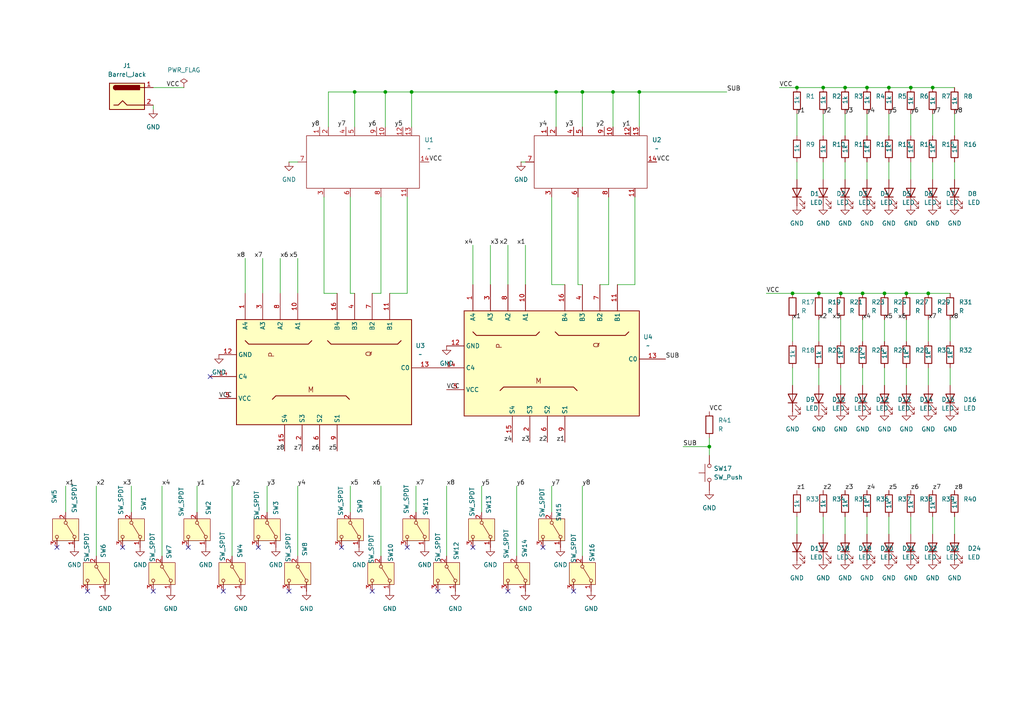
<source format=kicad_sch>
(kicad_sch (version 20250114) (generator "eeschema") (generator_version "9.0")
  (paper "A4")
  (junction (at 185.42 26.67))
  (junction (at 177.8 26.67))
  (junction (at 250.19 85.09))
  (junction (at 269.24 85.09))
  (junction (at 161.29 26.67))
  (junction (at 231.14 25.4))
  (junction (at 257.81 25.4))
  (junction (at 205.74 129.54))
  (junction (at 256.54 85.09))
  (junction (at 238.76 25.4))
  (junction (at 168.91 26.67))
  (junction (at 229.87 85.09))
  (junction (at 251.46 25.4))
  (junction (at 264.16 25.4))
  (junction (at 245.11 25.4))
  (junction (at 262.89 85.09))
  (junction (at 237.49 85.09))
  (junction (at 243.84 85.09))
  (junction (at 111.76 26.67))
  (junction (at 270.51 25.4))
  (junction (at 119.38 26.67))
  (junction (at 102.87 26.67))
  (no_connect (at 118.11 158.75))
  (no_connect (at 74.93 158.75))
  (no_connect (at 147.32 171.45))
  (no_connect (at 137.16 158.75))
  (no_connect (at 60.96 109.22))
  (no_connect (at 35.56 158.75))
  (no_connect (at 107.95 171.45))
  (no_connect (at 16.51 158.75))
  (no_connect (at 157.48 158.75))
  (no_connect (at 127 171.45))
  (no_connect (at 166.37 171.45))
  (no_connect (at 64.77 171.45))
  (no_connect (at 25.4 171.45))
  (no_connect (at 54.61 158.75))
  (no_connect (at 99.06 158.75))
  (no_connect (at 44.45 171.45))
  (no_connect (at 83.82 171.45))
  (wire (pts (xy 238.76 33.02) (xy 238.76 39.37)))
  (wire (pts (xy 102.87 26.67) (xy 111.76 26.67)))
  (wire (pts (xy 250.19 85.09) (xy 256.54 85.09)))
  (wire (pts (xy 110.49 85.09) (xy 107.95 85.09)))
  (wire (pts (xy 76.2 74.93) (xy 76.2 85.09)))
  (wire (pts (xy 44.45 25.4) (xy 53.34 25.4)))
  (wire (pts (xy 160.02 57.15) (xy 160.02 82.55)))
  (wire (pts (xy 256.54 106.68) (xy 256.54 111.76)))
  (wire (pts (xy 245.11 149.86) (xy 245.11 154.94)))
  (wire (pts (xy 152.4 71.12) (xy 152.4 82.55)))
  (wire (pts (xy 176.53 57.15) (xy 176.53 82.55)))
  (wire (pts (xy 229.87 106.68) (xy 229.87 111.76)))
  (wire (pts (xy 264.16 46.99) (xy 264.16 52.07)))
  (wire (pts (xy 67.31 140.97) (xy 67.31 161.29)))
  (wire (pts (xy 275.59 92.71) (xy 275.59 99.06)))
  (wire (pts (xy 231.14 33.02) (xy 231.14 39.37)))
  (wire (pts (xy 264.16 149.86) (xy 264.16 154.94)))
  (wire (pts (xy 95.25 36.83) (xy 95.25 26.67)))
  (wire (pts (xy 142.24 71.12) (xy 142.24 82.55)))
  (wire (pts (xy 185.42 26.67) (xy 210.82 26.67)))
  (wire (pts (xy 119.38 26.67) (xy 161.29 26.67)))
  (wire (pts (xy 149.86 140.97) (xy 149.86 161.29)))
  (wire (pts (xy 237.49 92.71) (xy 237.49 99.06)))
  (wire (pts (xy 184.15 82.55) (xy 184.15 57.15)))
  (wire (pts (xy 160.02 82.55) (xy 163.83 82.55)))
  (wire (pts (xy 231.14 149.86) (xy 231.14 154.94)))
  (wire (pts (xy 275.59 106.68) (xy 275.59 111.76)))
  (wire (pts (xy 147.32 71.12) (xy 147.32 82.55)))
  (wire (pts (xy 120.65 140.97) (xy 120.65 148.59)))
  (wire (pts (xy 44.45 31.75) (xy 44.45 30.48)))
  (wire (pts (xy 245.11 25.4) (xy 251.46 25.4)))
  (wire (pts (xy 243.84 85.09) (xy 250.19 85.09)))
  (wire (pts (xy 245.11 33.02) (xy 245.11 39.37)))
  (wire (pts (xy 198.12 129.54) (xy 205.74 129.54)))
  (wire (pts (xy 101.6 57.15) (xy 101.6 85.09)))
  (wire (pts (xy 256.54 85.09) (xy 262.89 85.09)))
  (wire (pts (xy 93.98 85.09) (xy 97.79 85.09)))
  (wire (pts (xy 243.84 106.68) (xy 243.84 111.76)))
  (wire (pts (xy 229.87 85.09) (xy 237.49 85.09)))
  (wire (pts (xy 177.8 26.67) (xy 177.8 36.83)))
  (wire (pts (xy 161.29 26.67) (xy 161.29 36.83)))
  (wire (pts (xy 238.76 25.4) (xy 245.11 25.4)))
  (wire (pts (xy 251.46 46.99) (xy 251.46 52.07)))
  (wire (pts (xy 168.91 26.67) (xy 177.8 26.67)))
  (wire (pts (xy 262.89 85.09) (xy 269.24 85.09)))
  (wire (pts (xy 19.05 140.97) (xy 19.05 148.59)))
  (wire (pts (xy 257.81 149.86) (xy 257.81 154.94)))
  (wire (pts (xy 46.99 140.97) (xy 46.99 161.29)))
  (wire (pts (xy 118.11 57.15) (xy 118.11 85.09)))
  (wire (pts (xy 184.15 82.55) (xy 179.07 82.55)))
  (wire (pts (xy 83.82 46.99) (xy 86.36 46.99)))
  (wire (pts (xy 71.12 74.93) (xy 71.12 85.09)))
  (wire (pts (xy 129.54 140.97) (xy 129.54 161.29)))
  (wire (pts (xy 257.81 25.4) (xy 264.16 25.4)))
  (wire (pts (xy 276.86 46.99) (xy 276.86 52.07)))
  (wire (pts (xy 168.91 140.97) (xy 168.91 161.29)))
  (wire (pts (xy 118.11 85.09) (xy 113.03 85.09)))
  (wire (pts (xy 243.84 92.71) (xy 243.84 99.06)))
  (wire (pts (xy 222.25 85.09) (xy 229.87 85.09)))
  (wire (pts (xy 269.24 85.09) (xy 275.59 85.09)))
  (wire (pts (xy 81.28 74.93) (xy 81.28 85.09)))
  (wire (pts (xy 139.7 140.97) (xy 139.7 148.59)))
  (wire (pts (xy 229.87 92.71) (xy 229.87 99.06)))
  (wire (pts (xy 102.87 26.67) (xy 102.87 36.83)))
  (wire (pts (xy 251.46 33.02) (xy 251.46 39.37)))
  (wire (pts (xy 38.1 140.97) (xy 38.1 148.59)))
  (wire (pts (xy 151.13 46.99) (xy 152.4 46.99)))
  (wire (pts (xy 137.16 71.12) (xy 137.16 82.55)))
  (wire (pts (xy 111.76 26.67) (xy 111.76 36.83)))
  (wire (pts (xy 257.81 46.99) (xy 257.81 52.07)))
  (wire (pts (xy 167.64 82.55) (xy 168.91 82.55)))
  (wire (pts (xy 231.14 46.99) (xy 231.14 52.07)))
  (wire (pts (xy 262.89 106.68) (xy 262.89 111.76)))
  (wire (pts (xy 205.74 129.54) (xy 205.74 132.08)))
  (wire (pts (xy 276.86 149.86) (xy 276.86 154.94)))
  (wire (pts (xy 101.6 85.09) (xy 102.87 85.09)))
  (wire (pts (xy 270.51 33.02) (xy 270.51 39.37)))
  (wire (pts (xy 238.76 46.99) (xy 238.76 52.07)))
  (wire (pts (xy 111.76 26.67) (xy 119.38 26.67)))
  (wire (pts (xy 269.24 92.71) (xy 269.24 99.06)))
  (wire (pts (xy 101.6 140.97) (xy 101.6 148.59)))
  (wire (pts (xy 231.14 25.4) (xy 238.76 25.4)))
  (wire (pts (xy 185.42 26.67) (xy 185.42 36.83)))
  (wire (pts (xy 264.16 25.4) (xy 270.51 25.4)))
  (wire (pts (xy 237.49 106.68) (xy 237.49 111.76)))
  (wire (pts (xy 177.8 26.67) (xy 185.42 26.67)))
  (wire (pts (xy 110.49 140.97) (xy 110.49 161.29)))
  (wire (pts (xy 245.11 46.99) (xy 245.11 52.07)))
  (wire (pts (xy 276.86 33.02) (xy 276.86 39.37)))
  (wire (pts (xy 264.16 33.02) (xy 264.16 39.37)))
  (wire (pts (xy 251.46 149.86) (xy 251.46 154.94)))
  (wire (pts (xy 161.29 26.67) (xy 168.91 26.67)))
  (wire (pts (xy 205.74 127) (xy 205.74 129.54)))
  (wire (pts (xy 237.49 85.09) (xy 243.84 85.09)))
  (wire (pts (xy 238.76 149.86) (xy 238.76 154.94)))
  (wire (pts (xy 270.51 149.86) (xy 270.51 154.94)))
  (wire (pts (xy 93.98 57.15) (xy 93.98 85.09)))
  (wire (pts (xy 270.51 25.4) (xy 276.86 25.4)))
  (wire (pts (xy 250.19 92.71) (xy 250.19 99.06)))
  (wire (pts (xy 27.94 140.97) (xy 27.94 161.29)))
  (wire (pts (xy 110.49 57.15) (xy 110.49 85.09)))
  (wire (pts (xy 77.47 140.97) (xy 77.47 148.59)))
  (wire (pts (xy 270.51 46.99) (xy 270.51 52.07)))
  (wire (pts (xy 226.06 25.4) (xy 231.14 25.4)))
  (wire (pts (xy 257.81 33.02) (xy 257.81 39.37)))
  (wire (pts (xy 250.19 106.68) (xy 250.19 111.76)))
  (wire (pts (xy 168.91 26.67) (xy 168.91 36.83)))
  (wire (pts (xy 57.15 140.97) (xy 57.15 148.59)))
  (wire (pts (xy 95.25 26.67) (xy 102.87 26.67)))
  (wire (pts (xy 160.02 140.97) (xy 160.02 148.59)))
  (wire (pts (xy 119.38 26.67) (xy 119.38 36.83)))
  (wire (pts (xy 176.53 82.55) (xy 173.99 82.55)))
  (wire (pts (xy 86.36 140.97) (xy 86.36 161.29)))
  (wire (pts (xy 86.36 74.93) (xy 86.36 85.09)))
  (wire (pts (xy 262.89 92.71) (xy 262.89 99.06)))
  (wire (pts (xy 256.54 92.71) (xy 256.54 99.06)))
  (wire (pts (xy 269.24 106.68) (xy 269.24 111.76)))
  (wire (pts (xy 167.64 57.15) (xy 167.64 82.55)))
  (wire (pts (xy 251.46 25.4) (xy 257.81 25.4)))
  (label "z3" (at 153.67 128.27 180))
  (label "z7" (at 87.63 130.81 180))
  (label "z7" (at 270.51 142.24 0))
  (label "z6" (at 92.71 130.81 180))
  (label "z4" (at 148.59 128.27 180))
  (label "z2" (at 238.76 142.24 0))
  (label "x6" (at 110.49 140.97 180))
  (label "y6" (at 109.22 36.83 180))
  (label "x7" (at 76.2 74.93 180))
  (label "z5" (at 257.81 142.24 0))
  (label "y7" (at 100.33 36.83 180))
  (label "y5" (at 257.81 33.02 0))
  (label "x3" (at 38.1 140.97 180))
  (label "VCC" (at 226.06 25.4 0))
  (label "y4" (at 86.36 140.97 0))
  (label "y8" (at 276.86 33.02 0))
  (label "z1" (at 163.83 128.27 180))
  (label "y7" (at 160.02 140.97 0))
  (label "VCC" (at 124.46 46.99 0))
  (label "x8" (at 71.12 74.93 180))
  (label "y3" (at 245.11 33.02 0))
  (label "VCC" (at 205.74 119.38 0))
  (label "z3" (at 245.11 142.24 0))
  (label "VCC" (at 48.26 25.4 0))
  (label "y3" (at 77.47 140.97 0))
  (label "x8" (at 129.54 140.97 0))
  (label "z2" (at 158.75 128.27 180))
  (label "x1" (at 19.05 140.97 0))
  (label "y3" (at 166.37 36.83 180))
  (label "z8" (at 82.55 130.81 180))
  (label "z8" (at 276.86 142.24 0))
  (label "x2" (at 147.32 71.12 180))
  (label "VCC" (at 129.54 113.03 0))
  (label "z6" (at 264.16 142.24 0))
  (label "z5" (at 97.79 130.81 180))
  (label "VCC" (at 190.5 46.99 0))
  (label "x1" (at 152.4 71.12 180))
  (label "x3" (at 243.84 92.71 180))
  (label "x4" (at 46.99 140.97 0))
  (label "x4" (at 137.16 71.12 180))
  (label "VCC" (at 222.25 85.09 0))
  (label "y7" (at 270.51 33.02 0))
  (label "x6" (at 81.28 74.93 0))
  (label "z4" (at 251.46 142.24 0))
  (label "y6" (at 264.16 33.02 0))
  (label "x5" (at 86.36 74.93 180))
  (label "y8" (at 168.91 140.97 0))
  (label "SUB" (at 193.04 104.14 0))
  (label "y5" (at 116.84 36.83 180))
  (label "x7" (at 120.65 140.97 0))
  (label "x2" (at 237.49 92.71 0))
  (label "x6" (at 262.89 92.71 180))
  (label "VCC" (at 63.5 115.57 0))
  (label "x7" (at 269.24 92.71 0))
  (label "x2" (at 27.94 140.97 0))
  (label "y2" (at 238.76 33.02 0))
  (label "x5" (at 101.6 140.97 0))
  (label "y4" (at 251.46 33.02 0))
  (label "y1" (at 57.15 140.97 0))
  (label "x1" (at 229.87 92.71 0))
  (label "y6" (at 149.86 140.97 0))
  (label "z1" (at 231.14 142.24 0))
  (label "y2" (at 175.26 36.83 180))
  (label "y2" (at 67.31 140.97 0))
  (label "y8" (at 92.71 36.83 180))
  (label "SUB" (at 210.82 26.67 0))
  (label "x4" (at 250.19 92.71 0))
  (label "x8" (at 275.59 92.71 0))
  (label "y1" (at 182.88 36.83 180))
  (label "x5" (at 256.54 92.71 0))
  (label "y5" (at 139.7 140.97 0))
  (label "x3" (at 142.24 71.12 0))
  (label "y1" (at 231.14 33.02 0))
  (label "SUB" (at 198.12 129.54 0))
  (label "y4" (at 158.75 36.83 180))
  (symbol (lib_id "Device:LED") (at 245.11 55.88 90) (unit 1)
    (property "Reference" "D3" (at 248.92 56.1974 90) (effects (justify right)))
    (property "Value" "LED" (at 248.92 58.7374 90) (effects (justify right)))
    (property "Footprint" "LED_THT:LED_D3.0mm" (effects (hide yes)))
    (property "Description" "Light emitting diode" (effects (hide yes)))
    (property "Sim.Pins" "1=K 2=A" (effects (hide yes)))
  )
  (symbol (lib_id "Device:R") (at 229.87 88.9 0) (unit 1)
    (property "Reference" "R17" (at 232.41 87.6299 0) (effects (justify left)))
    (property "Value" "R" (at 232.41 90.1699 0) (effects (justify left)))
    (property "Footprint" "Resistor_THT:R_Axial_DIN0204_L3.6mm_D1.6mm_P5.08mm_Horizontal" (effects (hide yes)))
    (property "Description" "Resistor" (effects (hide yes)))
  )
  (symbol (lib_id "power:GND") (at 49.53 171.45 0) (unit 1)
    (property "Reference" "#PWR02" (effects (hide yes)))
    (property "Value" "GND" (at 49.53 176.53 0))
    (property "Description" "Power symbol creates a global label with name \"GND\" , ground" (effects (hide yes)))
  )
  (symbol (lib_id "power:PWR_FLAG") (at 53.34 25.4 0) (unit 1)
    (property "Reference" "#FLG01" (effects (hide yes)))
    (property "Value" "PWR_FLAG" (at 53.34 20.32 0))
    (property "Description" "Special symbol for telling ERC where power comes from" (effects (hide yes)))
  )
  (symbol (lib_id "Switch:SW_Push") (at 205.74 137.16 90) (unit 1)
    (property "Reference" "SW17" (at 207.01 135.8899 90) (effects (justify right)))
    (property "Value" "SW_Push" (at 207.01 138.4299 90) (effects (justify right)))
    (property "Footprint" "adder footprint:myswitch" (effects (hide yes)))
    (property "Description" "Push button switch, generic, two pins" (effects (hide yes)))
  )
  (symbol (lib_id "Device:R") (at 237.49 102.87 0) (unit 1)
    (property "Reference" "R20" (at 240.03 101.5999 0) (effects (justify left)))
    (property "Value" "1k" (at 237.49 104.14 90) (effects (justify left)))
    (property "Footprint" "Resistor_THT:R_Axial_DIN0204_L3.6mm_D1.6mm_P5.08mm_Horizontal" (effects (hide yes)))
    (property "Description" "Resistor" (effects (hide yes)))
  )
  (symbol (lib_id "Device:R") (at 251.46 146.05 0) (unit 1)
    (property "Reference" "R36" (at 254 144.7799 0) (effects (justify left)))
    (property "Value" "1k" (at 251.46 147.32 90) (effects (justify left)))
    (property "Footprint" "Resistor_THT:R_Axial_DIN0204_L3.6mm_D1.6mm_P5.08mm_Horizontal" (effects (hide yes)))
    (property "Description" "Resistor" (effects (hide yes)))
  )
  (symbol (lib_id "Device:LED") (at 264.16 158.75 90) (unit 1)
    (property "Reference" "D22" (at 267.97 159.0674 90) (effects (justify right)))
    (property "Value" "LED" (at 267.97 161.6074 90) (effects (justify right)))
    (property "Footprint" "LED_THT:LED_D3.0mm" (effects (hide yes)))
    (property "Description" "Light emitting diode" (effects (hide yes)))
    (property "Sim.Pins" "1=K 2=A" (effects (hide yes)))
  )
  (symbol (lib_id "Device:R") (at 238.76 146.05 0) (unit 1)
    (property "Reference" "R34" (at 241.3 144.7799 0) (effects (justify left)))
    (property "Value" "1k" (at 238.76 147.32 90) (effects (justify left)))
    (property "Footprint" "Resistor_THT:R_Axial_DIN0204_L3.6mm_D1.6mm_P5.08mm_Horizontal" (effects (hide yes)))
    (property "Description" "Resistor" (effects (hide yes)))
  )
  (symbol (lib_id "Device:LED") (at 251.46 158.75 90) (unit 1)
    (property "Reference" "D20" (at 255.27 159.0674 90) (effects (justify right)))
    (property "Value" "LED" (at 255.27 161.6074 90) (effects (justify right)))
    (property "Footprint" "LED_THT:LED_D3.0mm" (effects (hide yes)))
    (property "Description" "Light emitting diode" (effects (hide yes)))
    (property "Sim.Pins" "1=K 2=A" (effects (hide yes)))
  )
  (symbol (lib_id "power:GND") (at 269.24 119.38 0) (unit 1)
    (property "Reference" "#PWR036" (effects (hide yes)))
    (property "Value" "GND" (at 269.24 124.46 0))
    (property "Description" "Power symbol creates a global label with name \"GND\" , ground" (effects (hide yes)))
  )
  (symbol (lib_id "power:GND") (at 129.54 100.33 0) (unit 1)
    (property "Reference" "#PWR018" (effects (hide yes)))
    (property "Value" "GND" (at 129.54 105.41 0))
    (property "Description" "Power symbol creates a global label with name \"GND\" , ground" (effects (hide yes)))
  )
  (symbol (lib_id "Device:R") (at 251.46 43.18 0) (unit 1)
    (property "Reference" "R12" (at 254 41.9099 0) (effects (justify left)))
    (property "Value" "1k" (at 251.46 44.45 90) (effects (justify left)))
    (property "Footprint" "Resistor_THT:R_Axial_DIN0204_L3.6mm_D1.6mm_P5.08mm_Horizontal" (effects (hide yes)))
    (property "Description" "Resistor" (effects (hide yes)))
  )
  (symbol (lib_id "power:GND") (at 231.14 162.56 0) (unit 1)
    (property "Reference" "#PWR038" (effects (hide yes)))
    (property "Value" "GND" (at 231.14 167.64 0))
    (property "Description" "Power symbol creates a global label with name \"GND\" , ground" (effects (hide yes)))
  )
  (symbol (lib_id "power:GND") (at 231.14 59.69 0) (unit 1)
    (property "Reference" "#PWR022" (effects (hide yes)))
    (property "Value" "GND" (at 231.14 64.77 0))
    (property "Description" "Power symbol creates a global label with name \"GND\" , ground" (effects (hide yes)))
  )
  (symbol (lib_id "Device:LED") (at 250.19 115.57 90) (unit 1)
    (property "Reference" "D12" (at 254 115.8874 90) (effects (justify right)))
    (property "Value" "LED" (at 254 118.4274 90) (effects (justify right)))
    (property "Footprint" "LED_THT:LED_D3.0mm" (effects (hide yes)))
    (property "Description" "Light emitting diode" (effects (hide yes)))
    (property "Sim.Pins" "1=K 2=A" (effects (hide yes)))
  )
  (symbol (lib_id "power:GND") (at 30.48 171.45 0) (unit 1)
    (property "Reference" "#PWR01" (effects (hide yes)))
    (property "Value" "GND" (at 30.48 176.53 0))
    (property "Description" "Power symbol creates a global label with name \"GND\" , ground" (effects (hide yes)))
  )
  (symbol (lib_id "Device:LED") (at 270.51 55.88 90) (unit 1)
    (property "Reference" "D7" (at 274.32 56.1974 90) (effects (justify right)))
    (property "Value" "LED" (at 274.32 58.7374 90) (effects (justify right)))
    (property "Footprint" "LED_THT:LED_D3.0mm" (effects (hide yes)))
    (property "Description" "Light emitting diode" (effects (hide yes)))
    (property "Sim.Pins" "1=K 2=A" (effects (hide yes)))
  )
  (symbol (lib_id "Device:R") (at 250.19 102.87 0) (unit 1)
    (property "Reference" "R24" (at 252.73 101.5999 0) (effects (justify left)))
    (property "Value" "1k" (at 250.19 104.394 90) (effects (justify left)))
    (property "Footprint" "Resistor_THT:R_Axial_DIN0204_L3.6mm_D1.6mm_P5.08mm_Horizontal" (effects (hide yes)))
    (property "Description" "Resistor" (effects (hide yes)))
  )
  (symbol (lib_id "Switch:SW_SPDT") (at 160.02 153.67 270) (unit 1)
    (property "Reference" "SW15" (at 162.052 148.59 0))
    (property "Value" "SW_SPDT" (at 157.226 145.796 0))
    (property "Footprint" "adder footprint:myswitch" (effects (hide yes)))
    (property "Description" "Switch, single pole double throw" (effects (hide yes)))
  )
  (symbol (lib_id "power:GND") (at 132.08 171.45 0) (unit 1)
    (property "Reference" "#PWR013" (effects (hide yes)))
    (property "Value" "GND" (at 132.08 176.53 0))
    (property "Description" "Power symbol creates a global label with name \"GND\" , ground" (effects (hide yes)))
  )
  (symbol (lib_id "Device:LED") (at 245.11 158.75 90) (unit 1)
    (property "Reference" "D19" (at 248.92 159.0674 90) (effects (justify right)))
    (property "Value" "LED" (at 248.92 161.6074 90) (effects (justify right)))
    (property "Footprint" "LED_THT:LED_D3.0mm" (effects (hide yes)))
    (property "Description" "Light emitting diode" (effects (hide yes)))
    (property "Sim.Pins" "1=K 2=A" (effects (hide yes)))
  )
  (symbol (lib_id "Device:LED") (at 276.86 158.75 90) (unit 1)
    (property "Reference" "D24" (at 280.67 159.0674 90) (effects (justify right)))
    (property "Value" "LED" (at 280.67 161.6074 90) (effects (justify right)))
    (property "Footprint" "LED_THT:LED_D3.0mm" (effects (hide yes)))
    (property "Description" "Light emitting diode" (effects (hide yes)))
    (property "Sim.Pins" "1=K 2=A" (effects (hide yes)))
  )
  (symbol (lib_id "Adder IC:7386") (at 104.14 46.99 0) (unit 1)
    (property "Reference" "U1" (at 124.46 40.5698 0))
    (property "Value" "~" (at 124.46 43.1098 0))
    (property "Footprint" "Package_DIP:DIP-14_W7.62mm" (effects (hide yes)))
  )
  (symbol (lib_id "power:GND") (at 104.14 158.75 0) (unit 1)
    (property "Reference" "#PWR09" (effects (hide yes)))
    (property "Value" "GND" (at 104.14 163.83 0))
    (property "Description" "Power symbol creates a global label with name \"GND\" , ground" (effects (hide yes)))
  )
  (symbol (lib_id "Switch:SW_SPDT") (at 19.05 153.67 270) (unit 1)
    (property "Reference" "SW5" (at 15.748 144.018 0))
    (property "Value" "SW_SPDT" (at 21.59 144.526 0))
    (property "Footprint" "adder footprint:myswitch" (effects (hide yes)))
    (property "Description" "Switch, single pole double throw" (effects (hide yes)))
  )
  (symbol (lib_id "Device:R") (at 245.11 43.18 0) (unit 1)
    (property "Reference" "R11" (at 247.65 41.9099 0) (effects (justify left)))
    (property "Value" "1k" (at 245.11 44.45 90) (effects (justify left)))
    (property "Footprint" "Resistor_THT:R_Axial_DIN0204_L3.6mm_D1.6mm_P5.08mm_Horizontal" (effects (hide yes)))
    (property "Description" "Resistor" (effects (hide yes)))
  )
  (symbol (lib_id "Device:LED") (at 269.24 115.57 90) (unit 1)
    (property "Reference" "D15" (at 273.05 115.8874 90) (effects (justify right)))
    (property "Value" "LED" (at 273.05 118.4274 90) (effects (justify right)))
    (property "Footprint" "LED_THT:LED_D3.0mm" (effects (hide yes)))
    (property "Description" "Light emitting diode" (effects (hide yes)))
    (property "Sim.Pins" "1=K 2=A" (effects (hide yes)))
  )
  (symbol (lib_id "Switch:SW_SPDT") (at 67.31 166.37 270) (unit 1)
    (property "Reference" "SW4" (at 69.596 159.766 0))
    (property "Value" "SW_SPDT" (at 64.516 158.496 0))
    (property "Footprint" "adder footprint:myswitch" (effects (hide yes)))
    (property "Description" "Switch, single pole double throw" (effects (hide yes)))
  )
  (symbol (lib_id "power:GND") (at 152.4 171.45 0) (unit 1)
    (property "Reference" "#PWR014" (effects (hide yes)))
    (property "Value" "GND" (at 152.4 176.53 0))
    (property "Description" "Power symbol creates a global label with name \"GND\" , ground" (effects (hide yes)))
  )
  (symbol (lib_id "power:GND") (at 251.46 162.56 0) (unit 1)
    (property "Reference" "#PWR041" (effects (hide yes)))
    (property "Value" "GND" (at 251.46 167.64 0))
    (property "Description" "Power symbol creates a global label with name \"GND\" , ground" (effects (hide yes)))
  )
  (symbol (lib_id "Device:R") (at 243.84 102.87 0) (unit 1)
    (property "Reference" "R22" (at 246.38 101.5999 0) (effects (justify left)))
    (property "Value" "1k" (at 243.84 104.14 90) (effects (justify left)))
    (property "Footprint" "Resistor_THT:R_Axial_DIN0204_L3.6mm_D1.6mm_P5.08mm_Horizontal" (effects (hide yes)))
    (property "Description" "Resistor" (effects (hide yes)))
  )
  (symbol (lib_id "power:GND") (at 229.87 119.38 0) (unit 1)
    (property "Reference" "#PWR030" (effects (hide yes)))
    (property "Value" "GND" (at 229.87 124.46 0))
    (property "Description" "Power symbol creates a global label with name \"GND\" , ground" (effects (hide yes)))
  )
  (symbol (lib_id "Device:R") (at 237.49 88.9 0) (unit 1)
    (property "Reference" "R19" (at 240.03 87.6299 0) (effects (justify left)))
    (property "Value" "R" (at 240.03 90.1699 0) (effects (justify left)))
    (property "Footprint" "Resistor_THT:R_Axial_DIN0204_L3.6mm_D1.6mm_P5.08mm_Horizontal" (effects (hide yes)))
    (property "Description" "Resistor" (effects (hide yes)))
  )
  (symbol (lib_id "Device:R") (at 257.81 146.05 0) (unit 1)
    (property "Reference" "R37" (at 260.35 144.7799 0) (effects (justify left)))
    (property "Value" "1k" (at 257.81 147.574 90) (effects (justify left)))
    (property "Footprint" "Resistor_THT:R_Axial_DIN0204_L3.6mm_D1.6mm_P5.08mm_Horizontal" (effects (hide yes)))
    (property "Description" "Resistor" (effects (hide yes)))
  )
  (symbol (lib_id "Switch:SW_SPDT") (at 120.65 153.67 270) (unit 1)
    (property "Reference" "SW11" (at 123.444 146.812 0))
    (property "Value" "SW_SPDT" (at 117.856 144.78 0))
    (property "Footprint" "adder footprint:myswitch" (effects (hide yes)))
    (property "Description" "Switch, single pole double throw" (effects (hide yes)))
  )
  (symbol (lib_id "Switch:SW_SPDT") (at 129.54 166.37 270) (unit 1)
    (property "Reference" "SW12" (at 132.334 159.766 0))
    (property "Value" "SW_SPDT" (at 127 158.75 0))
    (property "Footprint" "adder footprint:myswitch" (effects (hide yes)))
    (property "Description" "Switch, single pole double throw" (effects (hide yes)))
  )
  (symbol (lib_id "power:GND") (at 113.03 171.45 0) (unit 1)
    (property "Reference" "#PWR010" (effects (hide yes)))
    (property "Value" "GND" (at 113.03 176.53 0))
    (property "Description" "Power symbol creates a global label with name \"GND\" , ground" (effects (hide yes)))
  )
  (symbol (lib_id "power:GND") (at 40.64 158.75 0) (unit 1)
    (property "Reference" "#PWR07" (effects (hide yes)))
    (property "Value" "GND" (at 40.64 163.83 0))
    (property "Description" "Power symbol creates a global label with name \"GND\" , ground" (effects (hide yes)))
  )
  (symbol (lib_id "Device:R") (at 231.14 29.21 0) (unit 1)
    (property "Reference" "R1" (at 233.68 27.9399 0) (effects (justify left)))
    (property "Value" "1k" (at 231.14 30.226 90) (effects (justify left)))
    (property "Footprint" "Resistor_THT:R_Axial_DIN0204_L3.6mm_D1.6mm_P5.08mm_Horizontal" (effects (hide yes)))
    (property "Description" "Resistor" (effects (hide yes)))
  )
  (symbol (lib_id "Device:R") (at 262.89 102.87 0) (unit 1)
    (property "Reference" "R28" (at 265.43 101.5999 0) (effects (justify left)))
    (property "Value" "1k" (at 262.89 104.14 90) (effects (justify left)))
    (property "Footprint" "Resistor_THT:R_Axial_DIN0204_L3.6mm_D1.6mm_P5.08mm_Horizontal" (effects (hide yes)))
    (property "Description" "Resistor" (effects (hide yes)))
  )
  (symbol (lib_id "power:GND") (at 257.81 59.69 0) (unit 1)
    (property "Reference" "#PWR026" (effects (hide yes)))
    (property "Value" "GND" (at 257.81 64.77 0))
    (property "Description" "Power symbol creates a global label with name \"GND\" , ground" (effects (hide yes)))
  )
  (symbol (lib_id "Device:LED") (at 262.89 115.57 90) (unit 1)
    (property "Reference" "D14" (at 266.7 115.8874 90) (effects (justify right)))
    (property "Value" "LED" (at 266.7 118.4274 90) (effects (justify right)))
    (property "Footprint" "LED_THT:LED_D3.0mm" (effects (hide yes)))
    (property "Description" "Light emitting diode" (effects (hide yes)))
    (property "Sim.Pins" "1=K 2=A" (effects (hide yes)))
  )
  (symbol (lib_id "power:GND") (at 63.5 102.87 0) (unit 1)
    (property "Reference" "#PWR019" (effects (hide yes)))
    (property "Value" "GND" (at 63.5 107.95 0))
    (property "Description" "Power symbol creates a global label with name \"GND\" , ground" (effects (hide yes)))
  )
  (symbol (lib_id "Device:LED") (at 243.84 115.57 90) (unit 1)
    (property "Reference" "D11" (at 247.65 115.8874 90) (effects (justify right)))
    (property "Value" "LED" (at 247.65 118.4274 90) (effects (justify right)))
    (property "Footprint" "LED_THT:LED_D3.0mm" (effects (hide yes)))
    (property "Description" "Light emitting diode" (effects (hide yes)))
    (property "Sim.Pins" "1=K 2=A" (effects (hide yes)))
  )
  (symbol (lib_id "power:GND") (at 162.56 158.75 0) (unit 1)
    (property "Reference" "#PWR015" (effects (hide yes)))
    (property "Value" "GND" (at 162.56 163.83 0))
    (property "Description" "Power symbol creates a global label with name \"GND\" , ground" (effects (hide yes)))
  )
  (symbol (lib_id "Device:R") (at 243.84 88.9 0) (unit 1)
    (property "Reference" "R21" (at 246.38 87.6299 0) (effects (justify left)))
    (property "Value" "R" (at 246.38 90.1699 0) (effects (justify left)))
    (property "Footprint" "Resistor_THT:R_Axial_DIN0204_L3.6mm_D1.6mm_P5.08mm_Horizontal" (effects (hide yes)))
    (property "Description" "Resistor" (effects (hide yes)))
  )
  (symbol (lib_id "power:GND") (at 243.84 119.38 0) (unit 1)
    (property "Reference" "#PWR032" (effects (hide yes)))
    (property "Value" "GND" (at 243.84 124.46 0))
    (property "Description" "Power symbol creates a global label with name \"GND\" , ground" (effects (hide yes)))
  )
  (symbol (lib_id "power:GND") (at 83.82 46.99 0) (unit 1)
    (property "Reference" "#PWR021" (effects (hide yes)))
    (property "Value" "GND" (at 83.82 52.07 0))
    (property "Description" "Power symbol creates a global label with name \"GND\" , ground" (effects (hide yes)))
  )
  (symbol (lib_id "Device:R") (at 245.11 146.05 0) (unit 1)
    (property "Reference" "R35" (at 247.65 144.7799 0) (effects (justify left)))
    (property "Value" "1k" (at 245.11 147.32 90) (effects (justify left)))
    (property "Footprint" "Resistor_THT:R_Axial_DIN0204_L3.6mm_D1.6mm_P5.08mm_Horizontal" (effects (hide yes)))
    (property "Description" "Resistor" (effects (hide yes)))
  )
  (symbol (lib_id "power:GND") (at 264.16 59.69 0) (unit 1)
    (property "Reference" "#PWR027" (effects (hide yes)))
    (property "Value" "GND" (at 264.16 64.77 0))
    (property "Description" "Power symbol creates a global label with name \"GND\" , ground" (effects (hide yes)))
  )
  (symbol (lib_id "power:GND") (at 205.74 142.24 0) (unit 1)
    (property "Reference" "#PWR046" (effects (hide yes)))
    (property "Value" "GND" (at 205.74 147.32 0))
    (property "Description" "Power symbol creates a global label with name \"GND\" , ground" (effects (hide yes)))
  )
  (symbol (lib_id "Device:LED") (at 229.87 115.57 90) (unit 1)
    (property "Reference" "D9" (at 233.68 115.8874 90) (effects (justify right)))
    (property "Value" "LED" (at 233.68 118.4274 90) (effects (justify right)))
    (property "Footprint" "LED_THT:LED_D3.0mm" (effects (hide yes)))
    (property "Description" "Light emitting diode" (effects (hide yes)))
    (property "Sim.Pins" "1=K 2=A" (effects (hide yes)))
  )
  (symbol (lib_id "Switch:SW_SPDT") (at 110.49 166.37 270) (unit 1)
    (property "Reference" "SW10" (at 113.284 160.274 0))
    (property "Value" "SW_SPDT" (at 107.696 159.258 0))
    (property "Footprint" "adder footprint:myswitch" (effects (hide yes)))
    (property "Description" "Switch, single pole double throw" (effects (hide yes)))
  )
  (symbol (lib_id "power:GND") (at 44.45 31.75 0) (unit 1)
    (property "Reference" "#PWR017" (effects (hide yes)))
    (property "Value" "GND" (at 44.45 36.83 0))
    (property "Description" "Power symbol creates a global label with name \"GND\" , ground" (effects (hide yes)))
  )
  (symbol (lib_id "Device:LED") (at 270.51 158.75 90) (unit 1)
    (property "Reference" "D23" (at 274.32 159.0674 90) (effects (justify right)))
    (property "Value" "LED" (at 274.32 161.6074 90) (effects (justify right)))
    (property "Footprint" "LED_THT:LED_D3.0mm" (effects (hide yes)))
    (property "Description" "Light emitting diode" (effects (hide yes)))
    (property "Sim.Pins" "1=K 2=A" (effects (hide yes)))
  )
  (symbol (lib_id "power:GND") (at 270.51 59.69 0) (unit 1)
    (property "Reference" "#PWR028" (effects (hide yes)))
    (property "Value" "GND" (at 270.51 64.77 0))
    (property "Description" "Power symbol creates a global label with name \"GND\" , ground" (effects (hide yes)))
  )
  (symbol (lib_id "Device:R") (at 231.14 43.18 0) (unit 1)
    (property "Reference" "R9" (at 233.68 41.9099 0) (effects (justify left)))
    (property "Value" "1k" (at 231.14 44.196 90) (effects (justify left)))
    (property "Footprint" "Resistor_THT:R_Axial_DIN0204_L3.6mm_D1.6mm_P5.08mm_Horizontal" (effects (hide yes)))
    (property "Description" "Resistor" (effects (hide yes)))
  )
  (symbol (lib_id "power:GND") (at 171.45 171.45 0) (unit 1)
    (property "Reference" "#PWR016" (effects (hide yes)))
    (property "Value" "GND" (at 171.45 176.53 0))
    (property "Description" "Power symbol creates a global label with name \"GND\" , ground" (effects (hide yes)))
  )
  (symbol (lib_id "Device:R") (at 245.11 29.21 0) (unit 1)
    (property "Reference" "R3" (at 247.65 27.9399 0) (effects (justify left)))
    (property "Value" "1k" (at 245.11 30.226 90) (effects (justify left)))
    (property "Footprint" "Resistor_THT:R_Axial_DIN0204_L3.6mm_D1.6mm_P5.08mm_Horizontal" (effects (hide yes)))
    (property "Description" "Resistor" (effects (hide yes)))
  )
  (symbol (lib_id "power:GND") (at 275.59 119.38 0) (unit 1)
    (property "Reference" "#PWR037" (effects (hide yes)))
    (property "Value" "GND" (at 275.59 124.46 0))
    (property "Description" "Power symbol creates a global label with name \"GND\" , ground" (effects (hide yes)))
  )
  (symbol (lib_id "Device:R") (at 229.87 102.87 0) (unit 1)
    (property "Reference" "R18" (at 232.41 101.5999 0) (effects (justify left)))
    (property "Value" "1k" (at 229.87 103.886 90) (effects (justify left)))
    (property "Footprint" "Resistor_THT:R_Axial_DIN0204_L3.6mm_D1.6mm_P5.08mm_Horizontal" (effects (hide yes)))
    (property "Description" "Resistor" (effects (hide yes)))
  )
  (symbol (lib_id "Device:R") (at 256.54 102.87 0) (unit 1)
    (property "Reference" "R26" (at 259.08 101.5999 0) (effects (justify left)))
    (property "Value" "1k" (at 256.54 104.14 90) (effects (justify left)))
    (property "Footprint" "Resistor_THT:R_Axial_DIN0204_L3.6mm_D1.6mm_P5.08mm_Horizontal" (effects (hide yes)))
    (property "Description" "Resistor" (effects (hide yes)))
  )
  (symbol (lib_id "Device:R") (at 275.59 102.87 0) (unit 1)
    (property "Reference" "R32" (at 278.13 101.5999 0) (effects (justify left)))
    (property "Value" "1k" (at 275.59 104.14 90) (effects (justify left)))
    (property "Footprint" "Resistor_THT:R_Axial_DIN0204_L3.6mm_D1.6mm_P5.08mm_Horizontal" (effects (hide yes)))
    (property "Description" "Resistor" (effects (hide yes)))
  )
  (symbol (lib_id "power:GND") (at 151.13 46.99 0) (unit 1)
    (property "Reference" "#PWR020" (effects (hide yes)))
    (property "Value" "GND" (at 151.13 52.07 0))
    (property "Description" "Power symbol creates a global label with name \"GND\" , ground" (effects (hide yes)))
  )
  (symbol (lib_id "power:GND") (at 21.59 158.75 0) (unit 1)
    (property "Reference" "#PWR08" (effects (hide yes)))
    (property "Value" "GND" (at 21.59 163.83 0))
    (property "Description" "Power symbol creates a global label with name \"GND\" , ground" (effects (hide yes)))
  )
  (symbol (lib_id "power:GND") (at 264.16 162.56 0) (unit 1)
    (property "Reference" "#PWR043" (effects (hide yes)))
    (property "Value" "GND" (at 264.16 167.64 0))
    (property "Description" "Power symbol creates a global label with name \"GND\" , ground" (effects (hide yes)))
  )
  (symbol (lib_id "Device:R") (at 276.86 29.21 0) (unit 1)
    (property "Reference" "R8" (at 279.4 27.9399 0) (effects (justify left)))
    (property "Value" "1k" (at 276.86 30.48 90) (effects (justify left)))
    (property "Footprint" "Resistor_THT:R_Axial_DIN0204_L3.6mm_D1.6mm_P5.08mm_Horizontal" (effects (hide yes)))
    (property "Description" "Resistor" (effects (hide yes)))
  )
  (symbol (lib_id "Device:R") (at 269.24 102.87 0) (unit 1)
    (property "Reference" "R30" (at 271.78 101.5999 0) (effects (justify left)))
    (property "Value" "1k" (at 269.24 104.14 90) (effects (justify left)))
    (property "Footprint" "Resistor_THT:R_Axial_DIN0204_L3.6mm_D1.6mm_P5.08mm_Horizontal" (effects (hide yes)))
    (property "Description" "Resistor" (effects (hide yes)))
  )
  (symbol (lib_id "Device:LED") (at 237.49 115.57 90) (unit 1)
    (property "Reference" "D10" (at 241.3 115.8874 90) (effects (justify right)))
    (property "Value" "LED" (at 241.3 118.4274 90) (effects (justify right)))
    (property "Footprint" "LED_THT:LED_D3.0mm" (effects (hide yes)))
    (property "Description" "Light emitting diode" (effects (hide yes)))
    (property "Sim.Pins" "1=K 2=A" (effects (hide yes)))
  )
  (symbol (lib_id "power:GND") (at 256.54 119.38 0) (unit 1)
    (property "Reference" "#PWR034" (effects (hide yes)))
    (property "Value" "GND" (at 256.54 124.46 0))
    (property "Description" "Power symbol creates a global label with name \"GND\" , ground" (effects (hide yes)))
  )
  (symbol (lib_id "power:GND") (at 69.85 171.45 0) (unit 1)
    (property "Reference" "#PWR03" (effects (hide yes)))
    (property "Value" "GND" (at 69.85 176.53 0))
    (property "Description" "Power symbol creates a global label with name \"GND\" , ground" (effects (hide yes)))
  )
  (symbol (lib_id "Adder IC:7386") (at 170.18 46.99 0) (unit 1)
    (property "Reference" "U2" (at 190.5 40.5698 0))
    (property "Value" "~" (at 190.5 43.1098 0))
    (property "Footprint" "Package_DIP:DIP-14_W7.62mm" (effects (hide yes)))
  )
  (symbol (lib_id "power:GND") (at 250.19 119.38 0) (unit 1)
    (property "Reference" "#PWR033" (effects (hide yes)))
    (property "Value" "GND" (at 250.19 124.46 0))
    (property "Description" "Power symbol creates a global label with name \"GND\" , ground" (effects (hide yes)))
  )
  (symbol (lib_id "power:GND") (at 257.81 162.56 0) (unit 1)
    (property "Reference" "#PWR042" (effects (hide yes)))
    (property "Value" "GND" (at 257.81 167.64 0))
    (property "Description" "Power symbol creates a global label with name \"GND\" , ground" (effects (hide yes)))
  )
  (symbol (lib_id "power:GND") (at 276.86 162.56 0) (unit 1)
    (property "Reference" "#PWR045" (effects (hide yes)))
    (property "Value" "GND" (at 276.86 167.64 0))
    (property "Description" "Power symbol creates a global label with name \"GND\" , ground" (effects (hide yes)))
  )
  (symbol (lib_id "Switch:SW_SPDT") (at 168.91 166.37 270) (unit 1)
    (property "Reference" "SW16" (at 171.704 160.274 0))
    (property "Value" "SW_SPDT" (at 166.37 159.004 0))
    (property "Footprint" "adder footprint:myswitch" (effects (hide yes)))
    (property "Description" "Switch, single pole double throw" (effects (hide yes)))
  )
  (symbol (lib_id "Switch:SW_SPDT") (at 57.15 153.67 270) (unit 1)
    (property "Reference" "SW2" (at 60.452 147.32 0))
    (property "Value" "SW_SPDT" (at 52.578 145.542 0))
    (property "Footprint" "adder footprint:myswitch" (effects (hide yes)))
    (property "Description" "Switch, single pole double throw" (effects (hide yes)))
  )
  (symbol (lib_id "Switch:SW_SPDT") (at 86.36 166.37 270) (unit 1)
    (property "Reference" "SW8" (at 88.392 159.258 0))
    (property "Value" "SW_SPDT" (at 83.566 158.75 0))
    (property "Footprint" "adder footprint:myswitch" (effects (hide yes)))
    (property "Description" "Switch, single pole double throw" (effects (hide yes)))
  )
  (symbol (lib_id "Device:LED") (at 276.86 55.88 90) (unit 1)
    (property "Reference" "D8" (at 280.67 56.1974 90) (effects (justify right)))
    (property "Value" "LED" (at 280.67 58.7374 90) (effects (justify right)))
    (property "Footprint" "LED_THT:LED_D3.0mm" (effects (hide yes)))
    (property "Description" "Light emitting diode" (effects (hide yes)))
    (property "Sim.Pins" "1=K 2=A" (effects (hide yes)))
  )
  (symbol (lib_id "Device:LED") (at 257.81 55.88 90) (unit 1)
    (property "Reference" "D5" (at 261.62 56.1974 90) (effects (justify right)))
    (property "Value" "LED" (at 261.62 58.7374 90) (effects (justify right)))
    (property "Footprint" "LED_THT:LED_D3.0mm" (effects (hide yes)))
    (property "Description" "Light emitting diode" (effects (hide yes)))
    (property "Sim.Pins" "1=K 2=A" (effects (hide yes)))
  )
  (symbol (lib_id "Device:LED") (at 231.14 55.88 90) (unit 1)
    (property "Reference" "D1" (at 234.95 56.1974 90) (effects (justify right)))
    (property "Value" "LED" (at 234.95 58.7374 90) (effects (justify right)))
    (property "Footprint" "LED_THT:LED_D3.0mm" (effects (hide yes)))
    (property "Description" "Light emitting diode" (effects (hide yes)))
    (property "Sim.Pins" "1=K 2=A" (effects (hide yes)))
  )
  (symbol (lib_id "Device:R") (at 270.51 146.05 0) (unit 1)
    (property "Reference" "R39" (at 273.05 144.7799 0) (effects (justify left)))
    (property "Value" "1k" (at 270.51 147.828 90) (effects (justify left)))
    (property "Footprint" "Resistor_THT:R_Axial_DIN0204_L3.6mm_D1.6mm_P5.08mm_Horizontal" (effects (hide yes)))
    (property "Description" "Resistor" (effects (hide yes)))
  )
  (symbol (lib_id "Device:R") (at 276.86 146.05 0) (unit 1)
    (property "Reference" "R40" (at 279.4 144.7799 0) (effects (justify left)))
    (property "Value" "1k" (at 276.86 147.574 90) (effects (justify left)))
    (property "Footprint" "Resistor_THT:R_Axial_DIN0204_L3.6mm_D1.6mm_P5.08mm_Horizontal" (effects (hide yes)))
    (property "Description" "Resistor" (effects (hide yes)))
  )
  (symbol (lib_id "Device:LED") (at 238.76 55.88 90) (unit 1)
    (property "Reference" "D2" (at 242.57 56.1974 90) (effects (justify right)))
    (property "Value" "LED" (at 242.57 58.7374 90) (effects (justify right)))
    (property "Footprint" "LED_THT:LED_D3.0mm" (effects (hide yes)))
    (property "Description" "Light emitting diode" (effects (hide yes)))
    (property "Sim.Pins" "1=K 2=A" (effects (hide yes)))
  )
  (symbol (lib_id "Device:R") (at 264.16 43.18 0) (unit 1)
    (property "Reference" "R14" (at 266.7 41.9099 0) (effects (justify left)))
    (property "Value" "1k" (at 264.16 44.45 90) (effects (justify left)))
    (property "Footprint" "Resistor_THT:R_Axial_DIN0204_L3.6mm_D1.6mm_P5.08mm_Horizontal" (effects (hide yes)))
    (property "Description" "Resistor" (effects (hide yes)))
  )
  (symbol (lib_id "Switch:SW_SPDT") (at 46.99 166.37 270) (unit 1)
    (property "Reference" "SW7" (at 49.022 160.02 0))
    (property "Value" "SW_SPDT" (at 44.196 158.75 0))
    (property "Footprint" "adder footprint:myswitch" (effects (hide yes)))
    (property "Description" "Switch, single pole double throw" (effects (hide yes)))
  )
  (symbol (lib_id "Switch:SW_SPDT") (at 149.86 166.37 270) (unit 1)
    (property "Reference" "SW14" (at 152.146 159.004 0))
    (property "Value" "SW_SPDT" (at 146.812 157.734 0))
    (property "Footprint" "adder footprint:myswitch" (effects (hide yes)))
    (property "Description" "Switch, single pole double throw" (effects (hide yes)))
  )
  (symbol (lib_id "power:GND") (at 262.89 119.38 0) (unit 1)
    (property "Reference" "#PWR035" (effects (hide yes)))
    (property "Value" "GND" (at 262.89 124.46 0))
    (property "Description" "Power symbol creates a global label with name \"GND\" , ground" (effects (hide yes)))
  )
  (symbol (lib_id "Device:R") (at 264.16 29.21 0) (unit 1)
    (property "Reference" "R6" (at 266.7 27.9399 0) (effects (justify left)))
    (property "Value" "1k" (at 264.16 30.48 90) (effects (justify left)))
    (property "Footprint" "Resistor_THT:R_Axial_DIN0204_L3.6mm_D1.6mm_P5.08mm_Horizontal" (effects (hide yes)))
    (property "Description" "Resistor" (effects (hide yes)))
  )
  (symbol (lib_id "Device:R") (at 270.51 43.18 0) (unit 1)
    (property "Reference" "R15" (at 273.05 41.9099 0) (effects (justify left)))
    (property "Value" "1k" (at 270.51 44.45 90) (effects (justify left)))
    (property "Footprint" "Resistor_THT:R_Axial_DIN0204_L3.6mm_D1.6mm_P5.08mm_Horizontal" (effects (hide yes)))
    (property "Description" "Resistor" (effects (hide yes)))
  )
  (symbol (lib_id "power:GND") (at 245.11 59.69 0) (unit 1)
    (property "Reference" "#PWR024" (effects (hide yes)))
    (property "Value" "GND" (at 245.11 64.77 0))
    (property "Description" "Power symbol creates a global label with name \"GND\" , ground" (effects (hide yes)))
  )
  (symbol (lib_id "power:GND") (at 270.51 162.56 0) (unit 1)
    (property "Reference" "#PWR044" (effects (hide yes)))
    (property "Value" "GND" (at 270.51 167.64 0))
    (property "Description" "Power symbol creates a global label with name \"GND\" , ground" (effects (hide yes)))
  )
  (symbol (lib_id "power:GND") (at 80.01 158.75 0) (unit 1)
    (property "Reference" "#PWR05" (effects (hide yes)))
    (property "Value" "GND" (at 80.01 163.83 0))
    (property "Description" "Power symbol creates a global label with name \"GND\" , ground" (effects (hide yes)))
  )
  (symbol (lib_id "Adder IC:7483_NEW") (at 154.94 104.14 0) (unit 1)
    (property "Reference" "U4" (at 187.96 97.7198 0))
    (property "Value" "~" (at 187.96 100.2598 0))
    (property "Footprint" "Package_DIP:DIP-16_W7.62mm" (effects (hide yes)))
  )
  (symbol (lib_id "power:GND") (at 251.46 59.69 0) (unit 1)
    (property "Reference" "#PWR025" (effects (hide yes)))
    (property "Value" "GND" (at 251.46 64.77 0))
    (property "Description" "Power symbol creates a global label with name \"GND\" , ground" (effects (hide yes)))
  )
  (symbol (lib_id "power:GND") (at 142.24 158.75 0) (unit 1)
    (property "Reference" "#PWR012" (effects (hide yes)))
    (property "Value" "GND" (at 142.24 163.83 0))
    (property "Description" "Power symbol creates a global label with name \"GND\" , ground" (effects (hide yes)))
  )
  (symbol (lib_id "power:GND") (at 238.76 59.69 0) (unit 1)
    (property "Reference" "#PWR023" (effects (hide yes)))
    (property "Value" "GND" (at 238.76 64.77 0))
    (property "Description" "Power symbol creates a global label with name \"GND\" , ground" (effects (hide yes)))
  )
  (symbol (lib_id "power:GND") (at 123.19 158.75 0) (unit 1)
    (property "Reference" "#PWR011" (effects (hide yes)))
    (property "Value" "GND" (at 123.19 163.83 0))
    (property "Description" "Power symbol creates a global label with name \"GND\" , ground" (effects (hide yes)))
  )
  (symbol (lib_id "Device:R") (at 257.81 43.18 0) (unit 1)
    (property "Reference" "R13" (at 260.35 41.9099 0) (effects (justify left)))
    (property "Value" "1k" (at 257.81 44.196 90) (effects (justify left)))
    (property "Footprint" "Resistor_THT:R_Axial_DIN0204_L3.6mm_D1.6mm_P5.08mm_Horizontal" (effects (hide yes)))
    (property "Description" "Resistor" (effects (hide yes)))
  )
  (symbol (lib_id "Device:LED") (at 256.54 115.57 90) (unit 1)
    (property "Reference" "D13" (at 260.35 115.8874 90) (effects (justify right)))
    (property "Value" "LED" (at 260.35 118.4274 90) (effects (justify right)))
    (property "Footprint" "LED_THT:LED_D3.0mm" (effects (hide yes)))
    (property "Description" "Light emitting diode" (effects (hide yes)))
    (property "Sim.Pins" "1=K 2=A" (effects (hide yes)))
  )
  (symbol (lib_id "Device:R") (at 251.46 29.21 0) (unit 1)
    (property "Reference" "R4" (at 254 27.9399 0) (effects (justify left)))
    (property "Value" "1k" (at 251.46 30.226 90) (effects (justify left)))
    (property "Footprint" "Resistor_THT:R_Axial_DIN0204_L3.6mm_D1.6mm_P5.08mm_Horizontal" (effects (hide yes)))
    (property "Description" "Resistor" (effects (hide yes)))
  )
  (symbol (lib_id "Device:LED") (at 257.81 158.75 90) (unit 1)
    (property "Reference" "D21" (at 261.62 159.0674 90) (effects (justify right)))
    (property "Value" "LED" (at 261.62 161.6074 90) (effects (justify right)))
    (property "Footprint" "LED_THT:LED_D3.0mm" (effects (hide yes)))
    (property "Description" "Light emitting diode" (effects (hide yes)))
    (property "Sim.Pins" "1=K 2=A" (effects (hide yes)))
  )
  (symbol (lib_id "Device:R") (at 269.24 88.9 0) (unit 1)
    (property "Reference" "R29" (at 271.78 87.6299 0) (effects (justify left)))
    (property "Value" "R" (at 271.78 90.1699 0) (effects (justify left)))
    (property "Footprint" "Resistor_THT:R_Axial_DIN0204_L3.6mm_D1.6mm_P5.08mm_Horizontal" (effects (hide yes)))
    (property "Description" "Resistor" (effects (hide yes)))
  )
  (symbol (lib_id "power:GND") (at 88.9 171.45 0) (unit 1)
    (property "Reference" "#PWR04" (effects (hide yes)))
    (property "Value" "GND" (at 88.9 176.53 0))
    (property "Description" "Power symbol creates a global label with name \"GND\" , ground" (effects (hide yes)))
  )
  (symbol (lib_id "Device:R") (at 264.16 146.05 0) (unit 1)
    (property "Reference" "R38" (at 266.7 144.7799 0) (effects (justify left)))
    (property "Value" "1k" (at 264.16 147.574 90) (effects (justify left)))
    (property "Footprint" "Resistor_THT:R_Axial_DIN0204_L3.6mm_D1.6mm_P5.08mm_Horizontal" (effects (hide yes)))
    (property "Description" "Resistor" (effects (hide yes)))
  )
  (symbol (lib_id "Device:LED") (at 231.14 158.75 90) (unit 1)
    (property "Reference" "D17" (at 234.95 159.0674 90) (effects (justify right)))
    (property "Value" "LED" (at 234.95 161.6074 90) (effects (justify right)))
    (property "Footprint" "LED_THT:LED_D3.0mm" (effects (hide yes)))
    (property "Description" "Light emitting diode" (effects (hide yes)))
    (property "Sim.Pins" "1=K 2=A" (effects (hide yes)))
  )
  (symbol (lib_id "Device:LED") (at 238.76 158.75 90) (unit 1)
    (property "Reference" "D18" (at 242.57 159.0674 90) (effects (justify right)))
    (property "Value" "LED" (at 242.57 161.6074 90) (effects (justify right)))
    (property "Footprint" "LED_THT:LED_D3.0mm" (effects (hide yes)))
    (property "Description" "Light emitting diode" (effects (hide yes)))
    (property "Sim.Pins" "1=K 2=A" (effects (hide yes)))
  )
  (symbol (lib_id "Device:R") (at 238.76 29.21 0) (unit 1)
    (property "Reference" "R2" (at 241.3 27.9399 0) (effects (justify left)))
    (property "Value" "1k" (at 238.76 30.226 90) (effects (justify left)))
    (property "Footprint" "Resistor_THT:R_Axial_DIN0204_L3.6mm_D1.6mm_P5.08mm_Horizontal" (effects (hide yes)))
    (property "Description" "Resistor" (effects (hide yes)))
  )
  (symbol (lib_id "power:GND") (at 59.69 158.75 0) (unit 1)
    (property "Reference" "#PWR06" (effects (hide yes)))
    (property "Value" "GND" (at 59.69 163.83 0))
    (property "Description" "Power symbol creates a global label with name \"GND\" , ground" (effects (hide yes)))
  )
  (symbol (lib_id "Connector:Barrel_Jack") (at 36.83 27.94 0) (unit 1)
    (property "Reference" "J1" (at 36.83 19.05 0))
    (property "Value" "Barrel_Jack" (at 36.83 21.59 0))
    (property "Footprint" "Connector_BarrelJack:BarrelJack_Horizontal" (effects (hide yes)))
    (property "Description" "DC Barrel Jack" (effects (hide yes)))
  )
  (symbol (lib_id "Device:R") (at 256.54 88.9 0) (unit 1)
    (property "Reference" "R25" (at 259.08 87.6299 0) (effects (justify left)))
    (property "Value" "R" (at 259.08 90.1699 0) (effects (justify left)))
    (property "Footprint" "Resistor_THT:R_Axial_DIN0204_L3.6mm_D1.6mm_P5.08mm_Horizontal" (effects (hide yes)))
    (property "Description" "Resistor" (effects (hide yes)))
  )
  (symbol (lib_id "Device:LED") (at 275.59 115.57 90) (unit 1)
    (property "Reference" "D16" (at 279.4 115.8874 90) (effects (justify right)))
    (property "Value" "LED" (at 279.4 118.4274 90) (effects (justify right)))
    (property "Footprint" "LED_THT:LED_D3.0mm" (effects (hide yes)))
    (property "Description" "Light emitting diode" (effects (hide yes)))
    (property "Sim.Pins" "1=K 2=A" (effects (hide yes)))
  )
  (symbol (lib_id "Device:R") (at 205.74 123.19 0) (unit 1)
    (property "Reference" "R41" (at 208.28 121.9199 0) (effects (justify left)))
    (property "Value" "R" (at 208.28 124.4599 0) (effects (justify left)))
    (property "Footprint" "Resistor_THT:R_Axial_DIN0204_L3.6mm_D1.6mm_P5.08mm_Horizontal" (effects (hide yes)))
    (property "Description" "Resistor" (effects (hide yes)))
  )
  (symbol (lib_id "Device:R") (at 257.81 29.21 0) (unit 1)
    (property "Reference" "R5" (at 260.35 27.9399 0) (effects (justify left)))
    (property "Value" "1k" (at 257.81 30.226 90) (effects (justify left)))
    (property "Footprint" "Resistor_THT:R_Axial_DIN0204_L3.6mm_D1.6mm_P5.08mm_Horizontal" (effects (hide yes)))
    (property "Description" "Resistor" (effects (hide yes)))
  )
  (symbol (lib_id "Device:LED") (at 251.46 55.88 90) (unit 1)
    (property "Reference" "D4" (at 255.27 56.1974 90) (effects (justify right)))
    (property "Value" "LED" (at 255.27 58.7374 90) (effects (justify right)))
    (property "Footprint" "LED_THT:LED_D3.0mm" (effects (hide yes)))
    (property "Description" "Light emitting diode" (effects (hide yes)))
    (property "Sim.Pins" "1=K 2=A" (effects (hide yes)))
  )
  (symbol (lib_id "Device:R") (at 250.19 88.9 0) (unit 1)
    (property "Reference" "R23" (at 252.73 87.6299 0) (effects (justify left)))
    (property "Value" "R" (at 252.73 90.1699 0) (effects (justify left)))
    (property "Footprint" "Resistor_THT:R_Axial_DIN0204_L3.6mm_D1.6mm_P5.08mm_Horizontal" (effects (hide yes)))
    (property "Description" "Resistor" (effects (hide yes)))
  )
  (symbol (lib_id "Switch:SW_SPDT") (at 27.94 166.37 270) (unit 1)
    (property "Reference" "SW6" (at 29.972 159.766 0))
    (property "Value" "SW_SPDT" (at 25.146 158.75 0))
    (property "Footprint" "adder footprint:myswitch" (effects (hide yes)))
    (property "Description" "Switch, single pole double throw" (effects (hide yes)))
  )
  (symbol (lib_id "Switch:SW_SPDT") (at 38.1 153.67 270) (unit 1)
    (property "Reference" "SW1" (at 41.656 146.05 0))
    (property "Value" "SW_SPDT" (at 35.052 145.034 0))
    (property "Footprint" "adder footprint:myswitch" (effects (hide yes)))
    (property "Description" "Switch, single pole double throw" (effects (hide yes)))
  )
  (symbol (lib_id "Switch:SW_SPDT") (at 101.6 153.67 270) (unit 1)
    (property "Reference" "SW9" (at 104.394 146.812 0))
    (property "Value" "SW_SPDT" (at 98.806 145.288 0))
    (property "Footprint" "adder footprint:myswitch" (effects (hide yes)))
    (property "Description" "Switch, single pole double throw" (effects (hide yes)))
  )
  (symbol (lib_id "Device:R") (at 270.51 29.21 0) (unit 1)
    (property "Reference" "R7" (at 273.05 27.9399 0) (effects (justify left)))
    (property "Value" "1k" (at 270.51 30.48 90) (effects (justify left)))
    (property "Footprint" "Resistor_THT:R_Axial_DIN0204_L3.6mm_D1.6mm_P5.08mm_Horizontal" (effects (hide yes)))
    (property "Description" "Resistor" (effects (hide yes)))
  )
  (symbol (lib_id "Device:R") (at 275.59 88.9 0) (unit 1)
    (property "Reference" "R31" (at 278.13 87.6299 0) (effects (justify left)))
    (property "Value" "R" (at 278.13 90.1699 0) (effects (justify left)))
    (property "Footprint" "Resistor_THT:R_Axial_DIN0204_L3.6mm_D1.6mm_P5.08mm_Horizontal" (effects (hide yes)))
    (property "Description" "Resistor" (effects (hide yes)))
  )
  (symbol (lib_id "power:GND") (at 238.76 162.56 0) (unit 1)
    (property "Reference" "#PWR039" (effects (hide yes)))
    (property "Value" "GND" (at 238.76 167.64 0))
    (property "Description" "Power symbol creates a global label with name \"GND\" , ground" (effects (hide yes)))
  )
  (symbol (lib_id "power:GND") (at 276.86 59.69 0) (unit 1)
    (property "Reference" "#PWR029" (effects (hide yes)))
    (property "Value" "GND" (at 276.86 64.77 0))
    (property "Description" "Power symbol creates a global label with name \"GND\" , ground" (effects (hide yes)))
  )
  (symbol (lib_id "power:GND") (at 237.49 119.38 0) (unit 1)
    (property "Reference" "#PWR031" (effects (hide yes)))
    (property "Value" "GND" (at 237.49 124.46 0))
    (property "Description" "Power symbol creates a global label with name \"GND\" , ground" (effects (hide yes)))
  )
  (symbol (lib_id "Adder IC:7483_NEW") (at 88.9 106.68 0) (unit 1)
    (property "Reference" "U3" (at 121.92 100.2598 0))
    (property "Value" "~" (at 121.92 102.7998 0))
    (property "Footprint" "Package_DIP:DIP-16_W7.62mm" (effects (hide yes)))
  )
  (symbol (lib_id "Device:LED") (at 264.16 55.88 90) (unit 1)
    (property "Reference" "D6" (at 267.97 56.1974 90) (effects (justify right)))
    (property "Value" "LED" (at 267.97 58.7374 90) (effects (justify right)))
    (property "Footprint" "LED_THT:LED_D3.0mm" (effects (hide yes)))
    (property "Description" "Light emitting diode" (effects (hide yes)))
    (property "Sim.Pins" "1=K 2=A" (effects (hide yes)))
  )
  (symbol (lib_id "Device:R") (at 231.14 146.05 0) (unit 1)
    (property "Reference" "R33" (at 233.68 144.7799 0) (effects (justify left)))
    (property "Value" "1k" (at 231.14 147.32 90) (effects (justify left)))
    (property "Footprint" "Resistor_THT:R_Axial_DIN0204_L3.6mm_D1.6mm_P5.08mm_Horizontal" (effects (hide yes)))
    (property "Description" "Resistor" (effects (hide yes)))
  )
  (symbol (lib_id "Device:R") (at 238.76 43.18 0) (unit 1)
    (property "Reference" "R10" (at 241.3 41.9099 0) (effects (justify left)))
    (property "Value" "1k" (at 238.76 44.45 90) (effects (justify left)))
    (property "Footprint" "Resistor_THT:R_Axial_DIN0204_L3.6mm_D1.6mm_P5.08mm_Horizontal" (effects (hide yes)))
    (property "Description" "Resistor" (effects (hide yes)))
  )
  (symbol (lib_id "Switch:SW_SPDT") (at 77.47 153.67 270) (unit 1)
    (property "Reference" "SW3" (at 80.01 147.32 0))
    (property "Value" "SW_SPDT" (at 74.422 146.558 0))
    (property "Footprint" "adder footprint:myswitch" (effects (hide yes)))
    (property "Description" "Switch, single pole double throw" (effects (hide yes)))
  )
  (symbol (lib_id "Device:R") (at 276.86 43.18 0) (unit 1)
    (property "Reference" "R16" (at 279.4 41.9099 0) (effects (justify left)))
    (property "Value" "1k" (at 276.86 44.45 90) (effects (justify left)))
    (property "Footprint" "Resistor_THT:R_Axial_DIN0204_L3.6mm_D1.6mm_P5.08mm_Horizontal" (effects (hide yes)))
    (property "Description" "Resistor" (effects (hide yes)))
  )
  (symbol (lib_id "power:GND") (at 245.11 162.56 0) (unit 1)
    (property "Reference" "#PWR040" (effects (hide yes)))
    (property "Value" "GND" (at 245.11 167.64 0))
    (property "Description" "Power symbol creates a global label with name \"GND\" , ground" (effects (hide yes)))
  )
  (symbol (lib_id "Switch:SW_SPDT") (at 139.7 153.67 270) (unit 1)
    (property "Reference" "SW13" (at 141.732 146.304 0))
    (property "Value" "SW_SPDT" (at 136.906 145.542 0))
    (property "Footprint" "adder footprint:myswitch" (effects (hide yes)))
    (property "Description" "Switch, single pole double throw" (effects (hide yes)))
  )
  (symbol (lib_id "Device:R") (at 262.89 88.9 0) (unit 1)
    (property "Reference" "R27" (at 265.43 87.6299 0) (effects (justify left)))
    (property "Value" "R" (at 265.43 90.1699 0) (effects (justify left)))
    (property "Footprint" "Resistor_THT:R_Axial_DIN0204_L3.6mm_D1.6mm_P5.08mm_Horizontal" (effects (hide yes)))
    (property "Description" "Resistor" (effects (hide yes)))
  )
)
</source>
